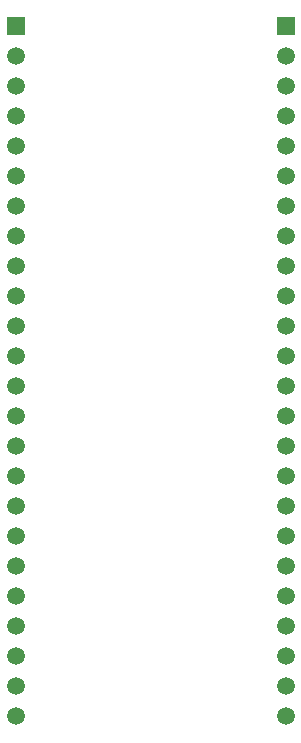
<source format=gbr>
%TF.GenerationSoftware,KiCad,Pcbnew,(7.0.0)*%
%TF.CreationDate,2023-04-05T00:45:08+02:00*%
%TF.ProjectId,TTL_to_HDMI,54544c5f-746f-45f4-9844-4d492e6b6963,4.0*%
%TF.SameCoordinates,Original*%
%TF.FileFunction,Soldermask,Bot*%
%TF.FilePolarity,Negative*%
%FSLAX46Y46*%
G04 Gerber Fmt 4.6, Leading zero omitted, Abs format (unit mm)*
G04 Created by KiCad (PCBNEW (7.0.0)) date 2023-04-05 00:45:08*
%MOMM*%
%LPD*%
G01*
G04 APERTURE LIST*
%ADD10R,1.500000X1.500000*%
%ADD11C,1.500000*%
G04 APERTURE END LIST*
D10*
%TO.C,U5*%
X121591549Y-74459999D03*
D11*
X121591550Y-77000000D03*
X121591550Y-79540000D03*
X121591550Y-82080000D03*
X121591550Y-84620000D03*
X121591550Y-87160000D03*
X121591550Y-89700000D03*
X121591550Y-92240000D03*
X121591550Y-94780000D03*
X121591550Y-97320000D03*
X121591550Y-99860000D03*
X121591550Y-102400000D03*
X121591550Y-104940000D03*
X121591550Y-107480000D03*
X121591550Y-110020000D03*
X121591550Y-112560000D03*
X121591550Y-115100000D03*
X121591550Y-117640000D03*
X121591550Y-120180000D03*
X121591550Y-122720000D03*
X121591550Y-125260000D03*
X121591550Y-127800000D03*
X121591550Y-130340000D03*
X121591550Y-132880000D03*
X144408450Y-132880000D03*
X144408450Y-130340000D03*
X144408450Y-127800000D03*
X144408450Y-125260000D03*
X144408450Y-122720000D03*
X144408450Y-120180000D03*
X144408450Y-117640000D03*
X144408450Y-115100000D03*
X144408450Y-112560000D03*
X144408450Y-110020000D03*
X144408450Y-107480000D03*
X144408450Y-104940000D03*
X144408450Y-102400000D03*
X144408450Y-99860000D03*
X144408450Y-97320000D03*
X144408450Y-94780000D03*
X144408450Y-92240000D03*
X144408450Y-89700000D03*
X144408450Y-87160000D03*
X144408450Y-84620000D03*
X144408450Y-82080000D03*
X144408450Y-79540000D03*
X144408450Y-77000000D03*
D10*
X144408449Y-74459999D03*
%TD*%
M02*

</source>
